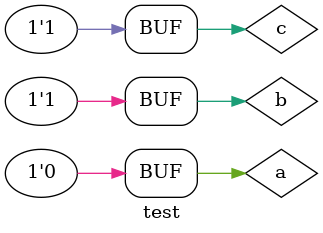
<source format=v>
module eq(A,B,C,D);
    input A,B,C;
    output D;
    assign D = ( ((~A) & B & C ) | (A & (~B) & C) | (A & B & (~C)) );
endmodule
module test();
    reg a,b,c;
    wire Y;
    eq test(a,b,c,Y);
    initial begin
        $display("ABCY");
        $monitor(a,b,c,Y);
        a=1'b0;
        b=1'b0;
        c=1'b0;
        #2
        a=1'b0;
        b=1'b0;
        c=1'b1;
        #2
        a=1'b0;
        b=1'b1;
        c=1'b0;
        #2
        a=1'b0;
        b=1'b1;
        c=1'b1;
    end
endmodule
</source>
